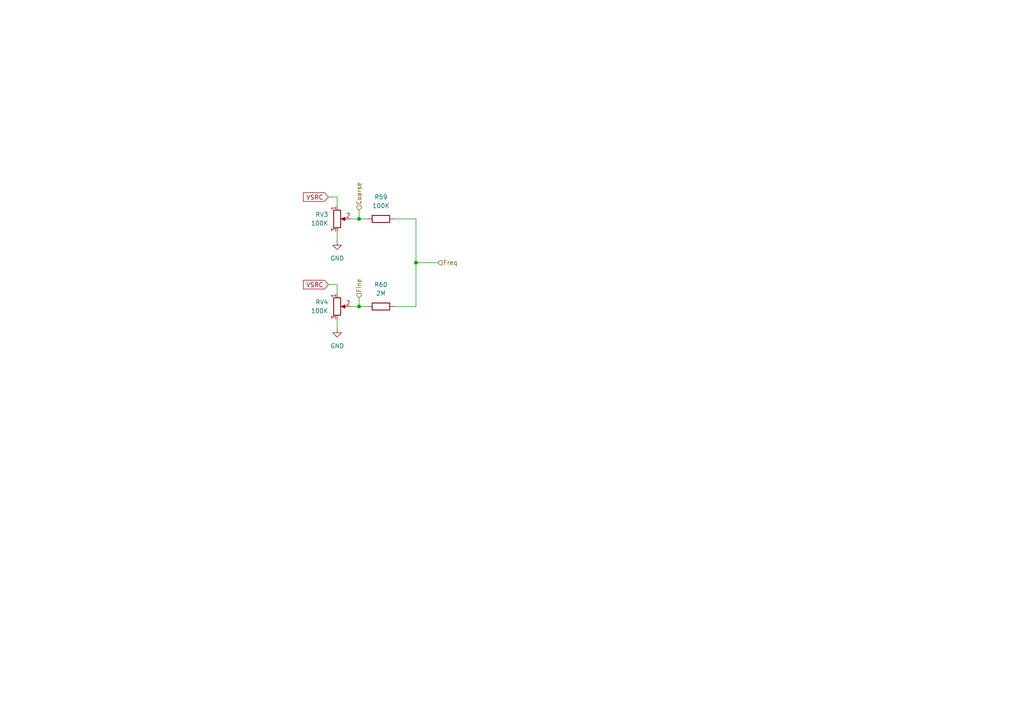
<source format=kicad_sch>
(kicad_sch (version 20230121) (generator eeschema)
  (paper "A4")
  (lib_symbols
    (symbol "Device:R" (pin_numbers hide) (pin_names (offset 0))
      (property "Reference" "R" (at 2.032 0 90))
      (property "Value" "R" (at 0 0 90))
      (symbol "R_0_1"
        (rectangle (start -1.016 -2.54) (end 1.016 2.54) (stroke (width 0.254)))
      )
      (symbol "R_1_1"
        (pin passive line (at 0 3.81 270) (length 1.27) (name "~") (number "1"))
        (pin passive line (at 0 -3.81 90) (length 1.27) (name "~") (number "2"))
      )
    )
    (symbol "Device:R_Potentiometer" (pin_names (offset 1.016) hide)
      (property "Reference" "RV" (at -4.445 0 90))
      (property "Value" "R_Potentiometer" (at -2.54 0 90))
      (symbol "R_Potentiometer_0_1"
        (polyline (pts (xy 2.54 0) (xy 1.524 0)))
        (polyline (pts (xy 1.143 0) (xy 2.286 0.508) (xy 2.286 -0.508) (xy 1.143 0)) (fill (type outline)))
        (rectangle (start 1.016 2.54) (end -1.016 -2.54) (stroke (width 0.254)))
      )
      (symbol "R_Potentiometer_1_1"
        (pin passive line (at 0 3.81 270) (length 1.27) (name "1") (number "1"))
        (pin passive line (at 3.81 0 180) (length 1.27) (name "2") (number "2"))
        (pin passive line (at 0 -3.81 90) (length 1.27) (name "3") (number "3"))
      )
    )
    (symbol "power:GND" (power) (pin_names (offset 0))
      (property "Value" "GND" (at 0 -3.81 0))
      (symbol "GND_0_1"
        (polyline (pts (xy 0 0) (xy 0 -1.27) (xy 1.27 -1.27) (xy 0 -2.54) (xy -1.27 -1.27) (xy 0 -1.27)))
      )
      (symbol "GND_1_1"
        (pin power_in line (at 0 0 270) (length 0) hide (name "GND") (number "1"))
      )
    )
  )
  (junction (at 120.65 76.2))
  (junction (at 104.14 88.9))
  (junction (at 104.14 63.5))
  (wire (pts (xy 97.79 57.15) (xy 95.25 57.15)))
  (wire (pts (xy 97.79 59.69) (xy 97.79 57.15)))
  (wire (pts (xy 120.65 63.5) (xy 120.65 76.2)))
  (wire (pts (xy 120.65 76.2) (xy 120.65 88.9)))
  (wire (pts (xy 97.79 67.31) (xy 97.79 69.85)))
  (wire (pts (xy 101.6 88.9) (xy 104.14 88.9)))
  (wire (pts (xy 104.14 86.36) (xy 104.14 88.9)))
  (wire (pts (xy 104.14 63.5) (xy 106.68 63.5)))
  (wire (pts (xy 101.6 63.5) (xy 104.14 63.5)))
  (wire (pts (xy 104.14 88.9) (xy 106.68 88.9)))
  (wire (pts (xy 120.65 88.9) (xy 114.3 88.9)))
  (wire (pts (xy 97.79 92.71) (xy 97.79 95.25)))
  (wire (pts (xy 120.65 76.2) (xy 127 76.2)))
  (wire (pts (xy 114.3 63.5) (xy 120.65 63.5)))
  (wire (pts (xy 97.79 82.55) (xy 95.25 82.55)))
  (wire (pts (xy 104.14 60.96) (xy 104.14 63.5)))
  (wire (pts (xy 97.79 85.09) (xy 97.79 82.55)))
  (global_label "VSRC" (shape input) (at 95.25 57.15 180) (property "Intersheetrefs" "${INTERSHEET_REFS}" (effects hide)))
  (global_label "VSRC" (shape input) (at 95.25 82.55 180) (property "Intersheetrefs" "${INTERSHEET_REFS}" (effects hide)))
  (hierarchical_label "Freq" (shape input) (at 127 76.2 0))
  (hierarchical_label "Coarse" (shape input) (at 104.14 60.96 90))
  (hierarchical_label "Fine" (shape input) (at 104.14 86.36 90))
  (symbol (lib_id "Device:R_Potentiometer") (at 97.79 63.5 0) (unit 1) (on_board no)
    (property "Reference" "RV3" (at 95.25 62.23 0) (effects (justify right)))
    (property "Value" "100K" (at 95.25 64.77 0) (effects (justify right)))
    (instances (project "Sequencer" (path "" (reference "RV3") (unit 1)) (path "" (reference "RV1") (unit 1)) (path "" (reference "RV5") (unit 1)) (path "" (reference "RV7") (unit 1)) (path "" (reference "RV9") (unit 1)) (path "" (reference "RV11") (unit 1)) (path "" (reference "RV13") (unit 1)) (path "" (reference "RV15") (unit 1)) (path "" (reference "RV31") (unit 1)) (path "" (reference "RV25") (unit 1)) (path "" (reference "RV27") (unit 1)) (path "" (reference "RV29") (unit 1)) (path "" (reference "RV21") (unit 1)) (path "" (reference "RV23") (unit 1)) (path "" (reference "RV19") (unit 1)) (path "" (reference "RV17") (unit 1))))
  )
  (symbol (lib_id "Device:R_Potentiometer") (at 97.79 88.9 0) (unit 1) (on_board no)
    (property "Reference" "RV4" (at 95.25 87.63 0) (effects (justify right)))
    (property "Value" "100K" (at 95.25 90.17 0) (effects (justify right)))
    (instances (project "Sequencer" (path "" (reference "RV4") (unit 1)) (path "" (reference "RV2") (unit 1)) (path "" (reference "RV6") (unit 1)) (path "" (reference "RV8") (unit 1)) (path "" (reference "RV10") (unit 1)) (path "" (reference "RV12") (unit 1)) (path "" (reference "RV14") (unit 1)) (path "" (reference "RV16") (unit 1)) (path "" (reference "RV32") (unit 1)) (path "" (reference "RV26") (unit 1)) (path "" (reference "RV28") (unit 1)) (path "" (reference "RV30") (unit 1)) (path "" (reference "RV22") (unit 1)) (path "" (reference "RV24") (unit 1)) (path "" (reference "RV20") (unit 1)) (path "" (reference "RV18") (unit 1))))
  )
  (symbol (lib_id "power:GND") (at 97.79 69.85 0) (unit 1)
    (property "Reference" "#PWR071" (effects hide))
    (property "Value" "GND" (at 97.79 74.93 0))
    (instances (project "Sequencer" (path "" (reference "#PWR071") (unit 1)) (path "" (reference "#PWR069") (unit 1)) (path "" (reference "#PWR073") (unit 1)) (path "" (reference "#PWR075") (unit 1)) (path "" (reference "#PWR077") (unit 1)) (path "" (reference "#PWR079") (unit 1)) (path "" (reference "#PWR081") (unit 1)) (path "" (reference "#PWR083") (unit 1)) (path "" (reference "#PWR099") (unit 1)) (path "" (reference "#PWR093") (unit 1)) (path "" (reference "#PWR095") (unit 1)) (path "" (reference "#PWR097") (unit 1)) (path "" (reference "#PWR089") (unit 1)) (path "" (reference "#PWR091") (unit 1)) (path "" (reference "#PWR087") (unit 1)) (path "" (reference "#PWR085") (unit 1))))
  )
  (symbol (lib_id "Device:R") (at 110.49 63.5 270) (unit 1)
    (property "Reference" "R59" (at 110.49 57.15 90))
    (property "Value" "100K" (at 110.49 59.69 90))
    (property "Footprint" "Library:R_Axial_DIN0207_L6.3mm_D2.5mm_P7.62mm_Horizontal" (effects hide))
    (instances (project "Sequencer" (path "" (reference "R59") (unit 1)) (path "" (reference "R77") (unit 1)) (path "" (reference "R65") (unit 1)) (path "" (reference "R69") (unit 1)) (path "" (reference "R67") (unit 1)) (path "" (reference "R75") (unit 1)) (path "" (reference "R73") (unit 1)) (path "" (reference "R71") (unit 1)) (path "" (reference "R15") (unit 1)) (path "" (reference "R49") (unit 1)) (path "" (reference "R57") (unit 1)) (path "" (reference "R55") (unit 1)) (path "" (reference "R53") (unit 1)) (path "" (reference "R51") (unit 1)) (path "" (reference "R47") (unit 1)) (path "" (reference "R61") (unit 1)) (path "" (reference "R4") (unit 1)) (path "" (reference "R63") (unit 1))))
  )
  (symbol (lib_id "Device:R") (at 110.49 88.9 270) (unit 1)
    (property "Reference" "R60" (at 110.49 82.55 90))
    (property "Value" "2M" (at 110.49 85.09 90))
    (property "Footprint" "Library:R_Axial_DIN0207_L6.3mm_D2.5mm_P7.62mm_Horizontal" (effects hide))
    (instances (project "Sequencer" (path "" (reference "R60") (unit 1)) (path "" (reference "R78") (unit 1)) (path "" (reference "R66") (unit 1)) (path "" (reference "R70") (unit 1)) (path "" (reference "R68") (unit 1)) (path "" (reference "R76") (unit 1)) (path "" (reference "R74") (unit 1)) (path "" (reference "R72") (unit 1)) (path "" (reference "R15") (unit 1)) (path "" (reference "R50") (unit 1)) (path "" (reference "R58") (unit 1)) (path "" (reference "R56") (unit 1)) (path "" (reference "R54") (unit 1)) (path "" (reference "R52") (unit 1)) (path "" (reference "R48") (unit 1)) (path "" (reference "R62") (unit 1)) (path "" (reference "R4") (unit 1)) (path "" (reference "R64") (unit 1))))
  )
  (symbol (lib_id "power:GND") (at 97.79 95.25 0) (unit 1)
    (property "Reference" "#PWR072" (effects hide))
    (property "Value" "GND" (at 97.79 100.33 0))
    (instances (project "Sequencer" (path "" (reference "#PWR072") (unit 1)) (path "" (reference "#PWR070") (unit 1)) (path "" (reference "#PWR074") (unit 1)) (path "" (reference "#PWR076") (unit 1)) (path "" (reference "#PWR078") (unit 1)) (path "" (reference "#PWR080") (unit 1)) (path "" (reference "#PWR082") (unit 1)) (path "" (reference "#PWR084") (unit 1)) (path "" (reference "#PWR0100") (unit 1)) (path "" (reference "#PWR094") (unit 1)) (path "" (reference "#PWR096") (unit 1)) (path "" (reference "#PWR098") (unit 1)) (path "" (reference "#PWR090") (unit 1)) (path "" (reference "#PWR092") (unit 1)) (path "" (reference "#PWR088") (unit 1)) (path "" (reference "#PWR086") (unit 1))))
  )
)
</source>
